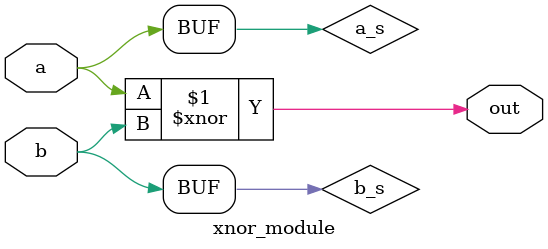
<source format=sv>

module xnor_module (
    input a, b,
    output out
);

logic a_s, b_s;

assign a_s = a;
assign b_s = b;

assign out = a_s ~^ b_s;

endmodule
</source>
